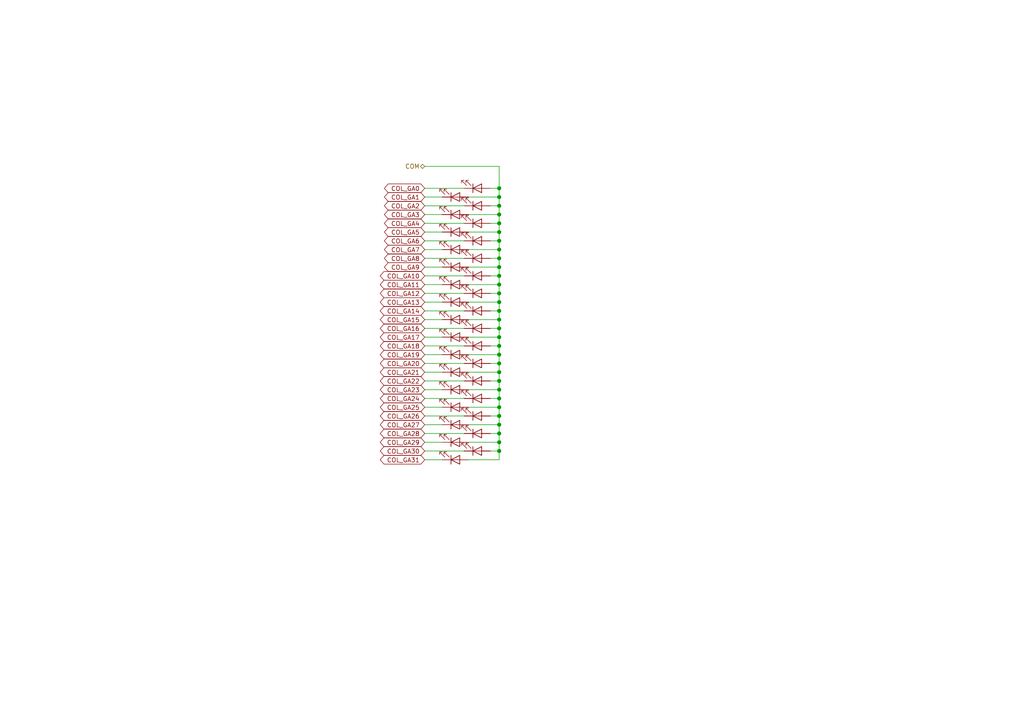
<source format=kicad_sch>
(kicad_sch (version 20200828) (generator eeschema)
  (page 0 20)
  (paper "A4")
  (lib_symbols
    (symbol "Device:LED" (pin_numbers hide) (pin_names (offset 1.016) hide)
      (property "Reference" "D" (at 0 2.54 0))
      (property "Value" "LED" (at 0 -2.54 0))
      (symbol "LED_0_1"
        (polyline (pts (xy -1.27 -1.27) (xy -1.27 1.27)) (stroke (width 0.2032)))
        (polyline (pts (xy -1.27 0) (xy 1.27 0)))
        (polyline (pts (xy 1.27 -1.27) (xy 1.27 1.27) (xy -1.27 0) (xy 1.27 -1.27)) (stroke (width 0.2032)))
        (polyline (pts (xy -3.048 -0.762) (xy -4.572 -2.286) (xy -3.81 -2.286) (xy -4.572 -2.286) (xy -4.572 -1.524)))
        (polyline (pts (xy -1.778 -0.762) (xy -3.302 -2.286) (xy -2.54 -2.286) (xy -3.302 -2.286) (xy -3.302 -1.524)))
      )
      (symbol "LED_1_1"
        (pin passive line (at -3.81 0 0) (length 2.54) (name "K") (number "1"))
        (pin passive line (at 3.81 0 180) (length 2.54) (name "A") (number "2"))
      )
    )
  )
  (junction (at 144.78 54.61) (diameter 1.016))
  (junction (at 144.78 57.15) (diameter 1.016))
  (junction (at 144.78 59.69) (diameter 1.016))
  (junction (at 144.78 62.23) (diameter 1.016))
  (junction (at 144.78 64.77) (diameter 1.016))
  (junction (at 144.78 67.31) (diameter 1.016))
  (junction (at 144.78 69.85) (diameter 1.016))
  (junction (at 144.78 72.39) (diameter 1.016))
  (junction (at 144.78 74.93) (diameter 1.016))
  (junction (at 144.78 77.47) (diameter 1.016))
  (junction (at 144.78 80.01) (diameter 1.016))
  (junction (at 144.78 82.55) (diameter 1.016))
  (junction (at 144.78 85.09) (diameter 1.016))
  (junction (at 144.78 87.63) (diameter 1.016))
  (junction (at 144.78 90.17) (diameter 1.016))
  (junction (at 144.78 92.71) (diameter 1.016))
  (junction (at 144.78 95.25) (diameter 1.016))
  (junction (at 144.78 97.79) (diameter 1.016))
  (junction (at 144.78 100.33) (diameter 1.016))
  (junction (at 144.78 102.87) (diameter 1.016))
  (junction (at 144.78 105.41) (diameter 1.016))
  (junction (at 144.78 107.95) (diameter 1.016))
  (junction (at 144.78 110.49) (diameter 1.016))
  (junction (at 144.78 113.03) (diameter 1.016))
  (junction (at 144.78 115.57) (diameter 1.016))
  (junction (at 144.78 118.11) (diameter 1.016))
  (junction (at 144.78 120.65) (diameter 1.016))
  (junction (at 144.78 123.19) (diameter 1.016))
  (junction (at 144.78 125.73) (diameter 1.016))
  (junction (at 144.78 128.27) (diameter 1.016))
  (junction (at 144.78 130.81) (diameter 1.016))
  (wire (pts (xy 123.19 48.26) (xy 144.78 48.26)))
  (wire (pts (xy 128.27 57.15) (xy 123.19 57.15)))
  (wire (pts (xy 128.27 62.23) (xy 123.19 62.23)))
  (wire (pts (xy 128.27 67.31) (xy 123.19 67.31)))
  (wire (pts (xy 128.27 72.39) (xy 123.19 72.39)))
  (wire (pts (xy 128.27 77.47) (xy 123.19 77.47)))
  (wire (pts (xy 128.27 82.55) (xy 123.19 82.55)))
  (wire (pts (xy 128.27 87.63) (xy 123.19 87.63)))
  (wire (pts (xy 128.27 92.71) (xy 123.19 92.71)))
  (wire (pts (xy 128.27 97.79) (xy 123.19 97.79)))
  (wire (pts (xy 128.27 102.87) (xy 123.19 102.87)))
  (wire (pts (xy 128.27 107.95) (xy 123.19 107.95)))
  (wire (pts (xy 128.27 113.03) (xy 123.19 113.03)))
  (wire (pts (xy 128.27 118.11) (xy 123.19 118.11)))
  (wire (pts (xy 128.27 123.19) (xy 123.19 123.19)))
  (wire (pts (xy 128.27 128.27) (xy 123.19 128.27)))
  (wire (pts (xy 128.27 133.35) (xy 123.19 133.35)))
  (wire (pts (xy 134.62 54.61) (xy 123.19 54.61)))
  (wire (pts (xy 134.62 59.69) (xy 123.19 59.69)))
  (wire (pts (xy 134.62 64.77) (xy 123.19 64.77)))
  (wire (pts (xy 134.62 69.85) (xy 123.19 69.85)))
  (wire (pts (xy 134.62 74.93) (xy 123.19 74.93)))
  (wire (pts (xy 134.62 80.01) (xy 123.19 80.01)))
  (wire (pts (xy 134.62 85.09) (xy 123.19 85.09)))
  (wire (pts (xy 134.62 90.17) (xy 123.19 90.17)))
  (wire (pts (xy 134.62 95.25) (xy 123.19 95.25)))
  (wire (pts (xy 134.62 100.33) (xy 123.19 100.33)))
  (wire (pts (xy 134.62 105.41) (xy 123.19 105.41)))
  (wire (pts (xy 134.62 110.49) (xy 123.19 110.49)))
  (wire (pts (xy 134.62 115.57) (xy 123.19 115.57)))
  (wire (pts (xy 134.62 120.65) (xy 123.19 120.65)))
  (wire (pts (xy 134.62 125.73) (xy 123.19 125.73)))
  (wire (pts (xy 134.62 130.81) (xy 123.19 130.81)))
  (wire (pts (xy 144.78 54.61) (xy 142.24 54.61)))
  (wire (pts (xy 144.78 54.61) (xy 144.78 48.26)))
  (wire (pts (xy 144.78 57.15) (xy 135.89 57.15)))
  (wire (pts (xy 144.78 57.15) (xy 144.78 54.61)))
  (wire (pts (xy 144.78 59.69) (xy 142.24 59.69)))
  (wire (pts (xy 144.78 59.69) (xy 144.78 57.15)))
  (wire (pts (xy 144.78 62.23) (xy 135.89 62.23)))
  (wire (pts (xy 144.78 62.23) (xy 144.78 59.69)))
  (wire (pts (xy 144.78 64.77) (xy 142.24 64.77)))
  (wire (pts (xy 144.78 64.77) (xy 144.78 62.23)))
  (wire (pts (xy 144.78 67.31) (xy 135.89 67.31)))
  (wire (pts (xy 144.78 67.31) (xy 144.78 64.77)))
  (wire (pts (xy 144.78 69.85) (xy 142.24 69.85)))
  (wire (pts (xy 144.78 69.85) (xy 144.78 67.31)))
  (wire (pts (xy 144.78 72.39) (xy 135.89 72.39)))
  (wire (pts (xy 144.78 72.39) (xy 144.78 69.85)))
  (wire (pts (xy 144.78 74.93) (xy 142.24 74.93)))
  (wire (pts (xy 144.78 74.93) (xy 144.78 72.39)))
  (wire (pts (xy 144.78 77.47) (xy 135.89 77.47)))
  (wire (pts (xy 144.78 77.47) (xy 144.78 74.93)))
  (wire (pts (xy 144.78 80.01) (xy 142.24 80.01)))
  (wire (pts (xy 144.78 80.01) (xy 144.78 77.47)))
  (wire (pts (xy 144.78 82.55) (xy 135.89 82.55)))
  (wire (pts (xy 144.78 82.55) (xy 144.78 80.01)))
  (wire (pts (xy 144.78 85.09) (xy 142.24 85.09)))
  (wire (pts (xy 144.78 85.09) (xy 144.78 82.55)))
  (wire (pts (xy 144.78 87.63) (xy 135.89 87.63)))
  (wire (pts (xy 144.78 87.63) (xy 144.78 85.09)))
  (wire (pts (xy 144.78 90.17) (xy 142.24 90.17)))
  (wire (pts (xy 144.78 90.17) (xy 144.78 87.63)))
  (wire (pts (xy 144.78 92.71) (xy 135.89 92.71)))
  (wire (pts (xy 144.78 92.71) (xy 144.78 90.17)))
  (wire (pts (xy 144.78 95.25) (xy 142.24 95.25)))
  (wire (pts (xy 144.78 95.25) (xy 144.78 92.71)))
  (wire (pts (xy 144.78 97.79) (xy 135.89 97.79)))
  (wire (pts (xy 144.78 97.79) (xy 144.78 95.25)))
  (wire (pts (xy 144.78 100.33) (xy 142.24 100.33)))
  (wire (pts (xy 144.78 100.33) (xy 144.78 97.79)))
  (wire (pts (xy 144.78 102.87) (xy 135.89 102.87)))
  (wire (pts (xy 144.78 102.87) (xy 144.78 100.33)))
  (wire (pts (xy 144.78 105.41) (xy 142.24 105.41)))
  (wire (pts (xy 144.78 105.41) (xy 144.78 102.87)))
  (wire (pts (xy 144.78 107.95) (xy 135.89 107.95)))
  (wire (pts (xy 144.78 107.95) (xy 144.78 105.41)))
  (wire (pts (xy 144.78 110.49) (xy 142.24 110.49)))
  (wire (pts (xy 144.78 110.49) (xy 144.78 107.95)))
  (wire (pts (xy 144.78 113.03) (xy 135.89 113.03)))
  (wire (pts (xy 144.78 113.03) (xy 144.78 110.49)))
  (wire (pts (xy 144.78 115.57) (xy 142.24 115.57)))
  (wire (pts (xy 144.78 115.57) (xy 144.78 113.03)))
  (wire (pts (xy 144.78 118.11) (xy 135.89 118.11)))
  (wire (pts (xy 144.78 118.11) (xy 144.78 115.57)))
  (wire (pts (xy 144.78 120.65) (xy 142.24 120.65)))
  (wire (pts (xy 144.78 120.65) (xy 144.78 118.11)))
  (wire (pts (xy 144.78 123.19) (xy 135.89 123.19)))
  (wire (pts (xy 144.78 123.19) (xy 144.78 120.65)))
  (wire (pts (xy 144.78 125.73) (xy 142.24 125.73)))
  (wire (pts (xy 144.78 125.73) (xy 144.78 123.19)))
  (wire (pts (xy 144.78 128.27) (xy 135.89 128.27)))
  (wire (pts (xy 144.78 128.27) (xy 144.78 125.73)))
  (wire (pts (xy 144.78 130.81) (xy 142.24 130.81)))
  (wire (pts (xy 144.78 130.81) (xy 144.78 128.27)))
  (wire (pts (xy 144.78 133.35) (xy 135.89 133.35)))
  (wire (pts (xy 144.78 133.35) (xy 144.78 130.81)))
  (global_label "COL_GA0" (shape bidirectional) (at 123.19 54.61 180))
  (global_label "COL_GA1" (shape bidirectional) (at 123.19 57.15 180))
  (global_label "COL_GA2" (shape bidirectional) (at 123.19 59.69 180))
  (global_label "COL_GA3" (shape bidirectional) (at 123.19 62.23 180))
  (global_label "COL_GA4" (shape bidirectional) (at 123.19 64.77 180))
  (global_label "COL_GA5" (shape bidirectional) (at 123.19 67.31 180))
  (global_label "COL_GA6" (shape bidirectional) (at 123.19 69.85 180))
  (global_label "COL_GA7" (shape bidirectional) (at 123.19 72.39 180))
  (global_label "COL_GA8" (shape bidirectional) (at 123.19 74.93 180))
  (global_label "COL_GA9" (shape bidirectional) (at 123.19 77.47 180))
  (global_label "COL_GA10" (shape bidirectional) (at 123.19 80.01 180))
  (global_label "COL_GA11" (shape bidirectional) (at 123.19 82.55 180))
  (global_label "COL_GA12" (shape bidirectional) (at 123.19 85.09 180))
  (global_label "COL_GA13" (shape bidirectional) (at 123.19 87.63 180))
  (global_label "COL_GA14" (shape bidirectional) (at 123.19 90.17 180))
  (global_label "COL_GA15" (shape bidirectional) (at 123.19 92.71 180))
  (global_label "COL_GA16" (shape bidirectional) (at 123.19 95.25 180))
  (global_label "COL_GA17" (shape bidirectional) (at 123.19 97.79 180))
  (global_label "COL_GA18" (shape bidirectional) (at 123.19 100.33 180))
  (global_label "COL_GA19" (shape bidirectional) (at 123.19 102.87 180))
  (global_label "COL_GA20" (shape bidirectional) (at 123.19 105.41 180))
  (global_label "COL_GA21" (shape bidirectional) (at 123.19 107.95 180))
  (global_label "COL_GA22" (shape bidirectional) (at 123.19 110.49 180))
  (global_label "COL_GA23" (shape bidirectional) (at 123.19 113.03 180))
  (global_label "COL_GA24" (shape bidirectional) (at 123.19 115.57 180))
  (global_label "COL_GA25" (shape bidirectional) (at 123.19 118.11 180))
  (global_label "COL_GA26" (shape bidirectional) (at 123.19 120.65 180))
  (global_label "COL_GA27" (shape bidirectional) (at 123.19 123.19 180))
  (global_label "COL_GA28" (shape bidirectional) (at 123.19 125.73 180))
  (global_label "COL_GA29" (shape bidirectional) (at 123.19 128.27 180))
  (global_label "COL_GA30" (shape bidirectional) (at 123.19 130.81 180))
  (global_label "COL_GA31" (shape bidirectional) (at 123.19 133.35 180))
  (hierarchical_label "COM" (shape bidirectional) (at 123.19 48.26 180))
  (symbol (lib_id "Device:LED") (at 132.08 57.15 0) (mirror x)
    (property "Reference" "D482" (effects hide))
    (property "Value" "LED" (effects hide))
    (property "Footprint" "LED_SMD:LED_0402_1005Metric" (effects hide))
  )
  (symbol (lib_id "Device:LED") (at 132.08 62.23 0) (mirror x)
    (property "Reference" "D484" (effects hide))
    (property "Value" "LED" (effects hide))
    (property "Footprint" "LED_SMD:LED_0402_1005Metric" (effects hide))
  )
  (symbol (lib_id "Device:LED") (at 132.08 67.31 0) (mirror x)
    (property "Reference" "D486" (effects hide))
    (property "Value" "LED" (effects hide))
    (property "Footprint" "LED_SMD:LED_0402_1005Metric" (effects hide))
  )
  (symbol (lib_id "Device:LED") (at 132.08 72.39 0) (mirror x)
    (property "Reference" "D488" (effects hide))
    (property "Value" "LED" (effects hide))
    (property "Footprint" "LED_SMD:LED_0402_1005Metric" (effects hide))
  )
  (symbol (lib_id "Device:LED") (at 132.08 77.47 0) (mirror x)
    (property "Reference" "D490" (effects hide))
    (property "Value" "LED" (effects hide))
    (property "Footprint" "LED_SMD:LED_0402_1005Metric" (effects hide))
  )
  (symbol (lib_id "Device:LED") (at 132.08 82.55 0) (mirror x)
    (property "Reference" "D492" (effects hide))
    (property "Value" "LED" (effects hide))
    (property "Footprint" "LED_SMD:LED_0402_1005Metric" (effects hide))
  )
  (symbol (lib_id "Device:LED") (at 132.08 87.63 0) (mirror x)
    (property "Reference" "D494" (effects hide))
    (property "Value" "LED" (effects hide))
    (property "Footprint" "LED_SMD:LED_0402_1005Metric" (effects hide))
  )
  (symbol (lib_id "Device:LED") (at 132.08 92.71 0) (mirror x)
    (property "Reference" "D496" (effects hide))
    (property "Value" "LED" (effects hide))
    (property "Footprint" "LED_SMD:LED_0402_1005Metric" (effects hide))
  )
  (symbol (lib_id "Device:LED") (at 132.08 97.79 0) (mirror x)
    (property "Reference" "D498" (effects hide))
    (property "Value" "LED" (effects hide))
    (property "Footprint" "LED_SMD:LED_0402_1005Metric" (effects hide))
  )
  (symbol (lib_id "Device:LED") (at 132.08 102.87 0) (mirror x)
    (property "Reference" "D500" (effects hide))
    (property "Value" "LED" (effects hide))
    (property "Footprint" "LED_SMD:LED_0402_1005Metric" (effects hide))
  )
  (symbol (lib_id "Device:LED") (at 132.08 107.95 0) (mirror x)
    (property "Reference" "D502" (effects hide))
    (property "Value" "LED" (effects hide))
    (property "Footprint" "LED_SMD:LED_0402_1005Metric" (effects hide))
  )
  (symbol (lib_id "Device:LED") (at 132.08 113.03 0) (mirror x)
    (property "Reference" "D504" (effects hide))
    (property "Value" "LED" (effects hide))
    (property "Footprint" "LED_SMD:LED_0402_1005Metric" (effects hide))
  )
  (symbol (lib_id "Device:LED") (at 132.08 118.11 0) (mirror x)
    (property "Reference" "D506" (effects hide))
    (property "Value" "LED" (effects hide))
    (property "Footprint" "LED_SMD:LED_0402_1005Metric" (effects hide))
  )
  (symbol (lib_id "Device:LED") (at 132.08 123.19 0) (mirror x)
    (property "Reference" "D508" (effects hide))
    (property "Value" "LED" (effects hide))
    (property "Footprint" "LED_SMD:LED_0402_1005Metric" (effects hide))
  )
  (symbol (lib_id "Device:LED") (at 132.08 128.27 0) (mirror x)
    (property "Reference" "D510" (effects hide))
    (property "Value" "LED" (effects hide))
    (property "Footprint" "LED_SMD:LED_0402_1005Metric" (effects hide))
  )
  (symbol (lib_id "Device:LED") (at 132.08 133.35 0) (mirror x)
    (property "Reference" "D512" (effects hide))
    (property "Value" "LED" (effects hide))
    (property "Footprint" "LED_SMD:LED_0402_1005Metric" (effects hide))
  )
  (symbol (lib_id "Device:LED") (at 138.43 54.61 0) (mirror x)
    (property "Reference" "D481" (effects hide))
    (property "Value" "LED" (effects hide))
    (property "Footprint" "LED_SMD:LED_0402_1005Metric" (effects hide))
  )
  (symbol (lib_id "Device:LED") (at 138.43 59.69 0) (mirror x)
    (property "Reference" "D483" (effects hide))
    (property "Value" "LED" (effects hide))
    (property "Footprint" "LED_SMD:LED_0402_1005Metric" (effects hide))
  )
  (symbol (lib_id "Device:LED") (at 138.43 64.77 0) (mirror x)
    (property "Reference" "D485" (effects hide))
    (property "Value" "LED" (effects hide))
    (property "Footprint" "LED_SMD:LED_0402_1005Metric" (effects hide))
  )
  (symbol (lib_id "Device:LED") (at 138.43 69.85 0) (mirror x)
    (property "Reference" "D487" (effects hide))
    (property "Value" "LED" (effects hide))
    (property "Footprint" "LED_SMD:LED_0402_1005Metric" (effects hide))
  )
  (symbol (lib_id "Device:LED") (at 138.43 74.93 0) (mirror x)
    (property "Reference" "D489" (effects hide))
    (property "Value" "LED" (effects hide))
    (property "Footprint" "LED_SMD:LED_0402_1005Metric" (effects hide))
  )
  (symbol (lib_id "Device:LED") (at 138.43 80.01 0) (mirror x)
    (property "Reference" "D491" (effects hide))
    (property "Value" "LED" (effects hide))
    (property "Footprint" "LED_SMD:LED_0402_1005Metric" (effects hide))
  )
  (symbol (lib_id "Device:LED") (at 138.43 85.09 0) (mirror x)
    (property "Reference" "D493" (effects hide))
    (property "Value" "LED" (effects hide))
    (property "Footprint" "LED_SMD:LED_0402_1005Metric" (effects hide))
  )
  (symbol (lib_id "Device:LED") (at 138.43 90.17 0) (mirror x)
    (property "Reference" "D495" (effects hide))
    (property "Value" "LED" (effects hide))
    (property "Footprint" "LED_SMD:LED_0402_1005Metric" (effects hide))
  )
  (symbol (lib_id "Device:LED") (at 138.43 95.25 0) (mirror x)
    (property "Reference" "D497" (effects hide))
    (property "Value" "LED" (effects hide))
    (property "Footprint" "LED_SMD:LED_0402_1005Metric" (effects hide))
  )
  (symbol (lib_id "Device:LED") (at 138.43 100.33 0) (mirror x)
    (property "Reference" "D499" (effects hide))
    (property "Value" "LED" (effects hide))
    (property "Footprint" "LED_SMD:LED_0402_1005Metric" (effects hide))
  )
  (symbol (lib_id "Device:LED") (at 138.43 105.41 0) (mirror x)
    (property "Reference" "D501" (effects hide))
    (property "Value" "LED" (effects hide))
    (property "Footprint" "LED_SMD:LED_0402_1005Metric" (effects hide))
  )
  (symbol (lib_id "Device:LED") (at 138.43 110.49 0) (mirror x)
    (property "Reference" "D503" (effects hide))
    (property "Value" "LED" (effects hide))
    (property "Footprint" "LED_SMD:LED_0402_1005Metric" (effects hide))
  )
  (symbol (lib_id "Device:LED") (at 138.43 115.57 0) (mirror x)
    (property "Reference" "D505" (effects hide))
    (property "Value" "LED" (effects hide))
    (property "Footprint" "LED_SMD:LED_0402_1005Metric" (effects hide))
  )
  (symbol (lib_id "Device:LED") (at 138.43 120.65 0) (mirror x)
    (property "Reference" "D507" (effects hide))
    (property "Value" "LED" (effects hide))
    (property "Footprint" "LED_SMD:LED_0402_1005Metric" (effects hide))
  )
  (symbol (lib_id "Device:LED") (at 138.43 125.73 0) (mirror x)
    (property "Reference" "D509" (effects hide))
    (property "Value" "LED" (effects hide))
    (property "Footprint" "LED_SMD:LED_0402_1005Metric" (effects hide))
  )
  (symbol (lib_id "Device:LED") (at 138.43 130.81 0) (mirror x)
    (property "Reference" "D511" (effects hide))
    (property "Value" "LED" (effects hide))
    (property "Footprint" "LED_SMD:LED_0402_1005Metric" (effects hide))
  )
)
</source>
